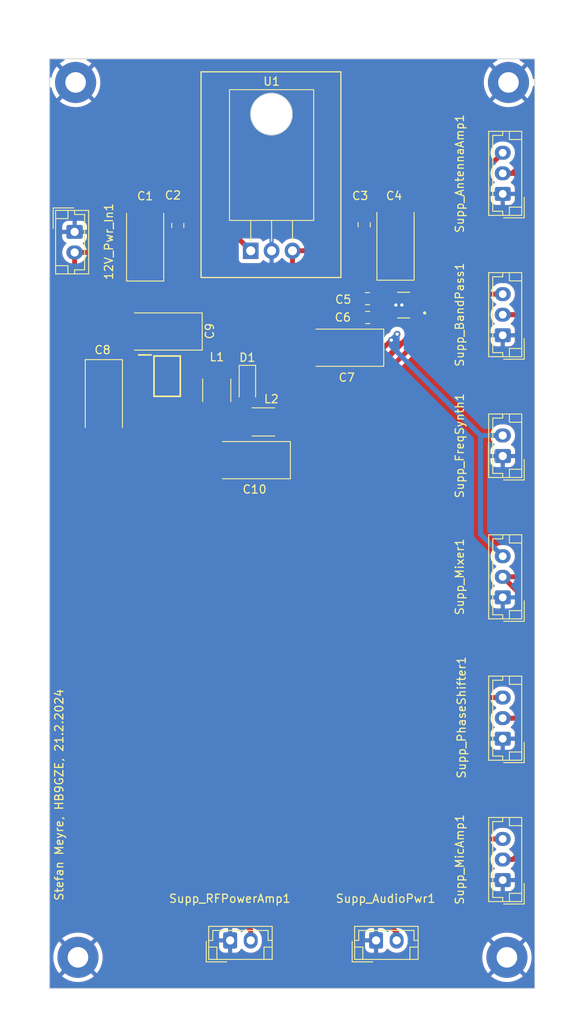
<source format=kicad_pcb>
(kicad_pcb (version 20221018) (generator pcbnew)
  (title_block (title "Phasor Radio: Power Supply") (date "2024-02-21") (rev "v1") (company "Stefan Meyre, HB9GZE"))
  (layers (0 "F.Cu" signal) (31 "B.Cu" signal) (34 "B.Paste" user) (35 "F.Paste" user) (36 "B.SilkS" user "B.Silkscreen") (37 "F.SilkS" user "F.Silkscreen") (38 "B.Mask" user) (39 "F.Mask" user) (44 "Edge.Cuts" user))
  (net 0 "")
  (net 1 "Net-(D1-K)")
  (net 2 "Net-(D1-A)")
  (net 3 "GND")
  (net 4 "+5V")
  (net 5 "Net-(PS1-REF)")
  (net 7 "-5V")
  (net 8 "Net-(IC1-BYP)")
  (net 9 "+3.3V")
  (net 10 "+12V")
  (footprint "Connector_JST:JST_EH_B3B-EH-A_1x03_P2.50mm_Vertical" (layer "F.Cu") (at 155.09779 112.647688 90)
    (fp_text reference "Supp_PhaseShifter1" (at 2.587293 -5.01044 90) (layer "F.SilkS"))
    (fp_text value "Supp_PhaseShifter" hide)
    (fp_line (start -2.91 0.11) (end -2.91 2.61) (stroke (width 0.12)) (layer "F.SilkS"))
    (fp_line (start -2.91 2.61) (end -0.41 2.61) (stroke (width 0.12)) (layer "F.SilkS"))
    (fp_line (start -2.61 -1.71) (end -2.61 2.31) (stroke (width 0.12)) (layer "F.SilkS"))
    (fp_line (start -2.61 0) (end -2.11 0) (stroke (width 0.12)) (layer "F.SilkS"))
    (fp_line (start -2.61 0.81) (end -1.61 0.81) (stroke (width 0.12)) (layer "F.SilkS"))
    (fp_line (start -2.61 2.31) (end 7.61 2.31) (stroke (width 0.12)) (layer "F.SilkS"))
    (fp_line (start -2.11 -1.21) (end 7.11 -1.21) (stroke (width 0.12)) (layer "F.SilkS"))
    (fp_line (start -2.11 0) (end -2.11 -1.21) (stroke (width 0.12)) (layer "F.SilkS"))
    (fp_line (start -1.61 0.81) (end -1.61 2.31) (stroke (width 0.12)) (layer "F.SilkS"))
    (fp_line (start 6.61 0.81) (end 6.61 2.31) (stroke (width 0.12)) (layer "F.SilkS"))
    (fp_line (start 7.11 -1.21) (end 7.11 0) (stroke (width 0.12)) (layer "F.SilkS"))
    (fp_line (start 7.11 0) (end 7.61 0) (stroke (width 0.12)) (layer "F.SilkS"))
    (fp_line (start 7.61 -1.71) (end -2.61 -1.71) (stroke (width 0.12)) (layer "F.SilkS"))
    (fp_line (start 7.61 0.81) (end 6.61 0.81) (stroke (width 0.12)) (layer "F.SilkS"))
    (fp_line (start 7.61 2.31) (end 7.61 -1.71) (stroke (width 0.12)) (layer "F.SilkS"))
    (pad "1" thru_hole roundrect (at 0 0 90) (size 1.7 1.95) (drill 0.95) (layers "*.Cu" "*.Mask") (roundrect_rratio 0.1470588235) (net 3 "GND"))
    (pad "2" thru_hole oval (at 2.5 0 90) (size 1.7 1.95) (drill 0.95) (layers "*.Cu" "*.Mask") (net 4 "+5V"))
    (pad "3" thru_hole oval (at 5 0 90) (size 1.7 1.95) (drill 0.95) (layers "*.Cu" "*.Mask") (net 7 "-5V"))
  )
  (footprint "Connector_JST:JST_EH_B2B-EH-A_1x02_P2.50mm_Vertical" (layer "F.Cu") (at 155.09779 78.287616 90)
    (fp_text reference "Supp_FreqSynth1" (at 1.25 -5.23779 90) (layer "F.SilkS"))
    (fp_text value "Supp_FreqSynth" hide)
    (fp_line (start -2.91 0.11) (end -2.91 2.61) (stroke (width 0.12)) (layer "F.SilkS"))
    (fp_line (start -2.91 2.61) (end -0.41 2.61) (stroke (width 0.12)) (layer "F.SilkS"))
    (fp_line (start -2.61 -1.71) (end -2.61 2.31) (stroke (width 0.12)) (layer "F.SilkS"))
    (fp_line (start -2.61 0) (end -2.11 0) (stroke (width 0.12)) (layer "F.SilkS"))
    (fp_line (start -2.61 0.81) (end -1.61 0.81) (stroke (width 0.12)) (layer "F.SilkS"))
    (fp_line (start -2.61 2.31) (end 5.11 2.31) (stroke (width 0.12)) (layer "F.SilkS"))
    (fp_line (start -2.11 -1.21) (end 4.61 -1.21) (stroke (width 0.12)) (layer "F.SilkS"))
    (fp_line (start -2.11 0) (end -2.11 -1.21) (stroke (width 0.12)) (layer "F.SilkS"))
    (fp_line (start -1.61 0.81) (end -1.61 2.31) (stroke (width 0.12)) (layer "F.SilkS"))
    (fp_line (start 4.11 0.81) (end 4.11 2.31) (stroke (width 0.12)) (layer "F.SilkS"))
    (fp_line (start 4.61 -1.21) (end 4.61 0) (stroke (width 0.12)) (layer "F.SilkS"))
    (fp_line (start 4.61 0) (end 5.11 0) (stroke (width 0.12)) (layer "F.SilkS"))
    (fp_line (start 5.11 -1.71) (end -2.61 -1.71) (stroke (width 0.12)) (layer "F.SilkS"))
    (fp_line (start 5.11 0.81) (end 4.11 0.81) (stroke (width 0.12)) (layer "F.SilkS"))
    (fp_line (start 5.11 2.31) (end 5.11 -1.71) (stroke (width 0.12)) (layer "F.SilkS"))
    (pad "1" thru_hole roundrect (at 0 0 90) (size 1.7 2) (drill 1) (layers "*.Cu" "*.Mask") (roundrect_rratio 0.1470588235) (net 3 "GND"))
    (pad "2" thru_hole oval (at 2.5 0 90) (size 1.7 2) (drill 1) (layers "*.Cu" "*.Mask") (net 9 "+3.3V"))
  )
  (footprint "Capacitor_SMD:C_0805_2012Metric_Pad1.18x1.45mm_HandSolder" (layer "F.Cu") (at 138.254223 50.18498 90)
    (fp_text reference "C3" (at 3.5248 -0.484542) (layer "F.SilkS"))
    (fp_text value "100nF" hide)
    (fp_line (start -0.261252 -0.735) (end 0.261252 -0.735) (stroke (width 0.12)) (layer "F.SilkS"))
    (fp_line (start -0.261252 0.735) (end 0.261252 0.735) (stroke (width 0.12)) (layer "F.SilkS"))
    (pad "1" smd roundrect (at -1.0375 0 90) (size 1.175 1.45) (layers "F.Cu" "F.Paste" "F.Mask") (roundrect_rratio 0.2127659574) (net 4 "+5V"))
    (pad "2" smd roundrect (at 1.0375 0 90) (size 1.175 1.45) (layers "F.Cu" "F.Paste" "F.Mask") (roundrect_rratio 0.2127659574) (net 3 "GND"))
  )
  (footprint "Capacitor_Tantalum_SMD:CP_EIA-7343-30_AVX-N_Pad2.25x2.55mm_HandSolder" (layer "F.Cu") (at 142.06354 52.33062 90)
    (fp_text reference "C4" (at 5.67044 -0.17646 180) (layer "F.SilkS"))
    (fp_text value "47uF Tant. 25V" hide)
    (fp_line (start -4.585 -2.26) (end -4.585 2.26) (stroke (width 0.12)) (layer "F.SilkS"))
    (fp_line (start -4.585 2.26) (end 3.65 2.26) (stroke (width 0.12)) (layer "F.SilkS"))
    (fp_line (start 3.65 -2.26) (end -4.585 -2.26) (stroke (width 0.12)) (layer "F.SilkS"))
    (pad "1" smd roundrect (at -3.2 0 90) (size 2.25 2.55) (layers "F.Cu" "F.Paste" "F.Mask") (roundrect_rratio 0.1111111111) (net 4 "+5V"))
    (pad "2" smd roundrect (at 3.2 0 90) (size 2.25 2.55) (layers "F.Cu" "F.Paste" "F.Mask") (roundrect_rratio 0.1111111111) (net 3 "GND"))
  )
  (footprint "Connector_JST:JST_EH_B3B-EH-A_1x03_P2.50mm_Vertical" (layer "F.Cu") (at 155.09779 95.467652 90)
    (fp_text reference "Supp_Mixer1" (at 2.5 -5.23779 90) (layer "F.SilkS"))
    (fp_text value "Supp_Mixer" hide)
    (fp_line (start -2.91 0.11) (end -2.91 2.61) (stroke (width 0.12)) (layer "F.SilkS"))
    (fp_line (start -2.91 2.61) (end -0.41 2.61) (stroke (width 0.12)) (layer "F.SilkS"))
    (fp_line (start -2.61 -1.71) (end -2.61 2.31) (stroke (width 0.12)) (layer "F.SilkS"))
    (fp_line (start -2.61 0) (end -2.11 0) (stroke (width 0.12)) (layer "F.SilkS"))
    (fp_line (start -2.61 0.81) (end -1.61 0.81) (stroke (width 0.12)) (layer "F.SilkS"))
    (fp_line (start -2.61 2.31) (end 7.61 2.31) (stroke (width 0.12)) (layer "F.SilkS"))
    (fp_line (start -2.11 -1.21) (end 7.11 -1.21) (stroke (width 0.12)) (layer "F.SilkS"))
    (fp_line (start -2.11 0) (end -2.11 -1.21) (stroke (width 0.12)) (layer "F.SilkS"))
    (fp_line (start -1.61 0.81) (end -1.61 2.31) (stroke (width 0.12)) (layer "F.SilkS"))
    (fp_line (start 6.61 0.81) (end 6.61 2.31) (stroke (width 0.12)) (layer "F.SilkS"))
    (fp_line (start 7.11 -1.21) (end 7.11 0) (stroke (width 0.12)) (layer "F.SilkS"))
    (fp_line (start 7.11 0) (end 7.61 0) (stroke (width 0.12)) (layer "F.SilkS"))
    (fp_line (start 7.61 -1.71) (end -2.61 -1.71) (stroke (width 0.12)) (layer "F.SilkS"))
    (fp_line (start 7.61 0.81) (end 6.61 0.81) (stroke (width 0.12)) (layer "F.SilkS"))
    (fp_line (start 7.61 2.31) (end 7.61 -1.71) (stroke (width 0.12)) (layer "F.SilkS"))
    (pad "1" thru_hole roundrect (at 0 0 90) (size 1.7 1.95) (drill 0.95) (layers "*.Cu" "*.Mask") (roundrect_rratio 0.1470588235) (net 3 "GND"))
    (pad "2" thru_hole oval (at 2.5 0 90) (size 1.7 1.95) (drill 0.95) (layers "*.Cu" "*.Mask") (net 4 "+5V"))
    (pad "3" thru_hole oval (at 5 0 90) (size 1.7 1.95) (drill 0.95) (layers "*.Cu" "*.Mask") (net 9 "+3.3V"))
  )
  (footprint "Capacitor_Tantalum_SMD:CP_EIA-7343-30_AVX-N_Pad2.25x2.55mm_HandSolder" (layer "F.Cu") (at 106.605778 71.154552 -90)
    (fp_text reference "C8" (at -5.757823 0.159183 -180) (layer "F.SilkS"))
    (fp_text value "10uF Tant. 25V" hide)
    (fp_line (start -4.585 -2.26) (end -4.585 2.26) (stroke (width 0.12)) (layer "F.SilkS"))
    (fp_line (start -4.585 2.26) (end 3.65 2.26) (stroke (width 0.12)) (layer "F.SilkS"))
    (fp_line (start 3.65 -2.26) (end -4.585 -2.26) (stroke (width 0.12)) (layer "F.SilkS"))
    (pad "1" smd roundrect (at -3.2 0 270) (size 2.25 2.55) (layers "F.Cu" "F.Paste" "F.Mask") (roundrect_rratio 0.1111111111) (net 5 "Net-(PS1-REF)"))
    (pad "2" smd roundrect (at 3.2 0 270) (size 2.25 2.55) (layers "F.Cu" "F.Paste" "F.Mask") (roundrect_rratio 0.1111111111) (net 3 "GND"))
  )
  (footprint "MountingHole:MountingHole_2.5mm_Pad_TopBottom" (layer "F.Cu") (at 103.172705 32.879521)
    (fp_text reference "H1" hide)
    (fp_text value "MountingHole_Pad" hide)
    (pad "1" thru_hole circle (at 0 0) (size 2.9 2.9) (drill 2.5) (layers "*.Cu" "*.Mask") (net 3 "GND"))
    (pad "1" connect circle (at 0 0) (size 5 5) (layers "F.Cu" "F.Mask") (net 3 "GND"))
    (pad "1" connect circle (at 0 0) (size 5 5) (layers "B.Cu" "B.Mask") (net 3 "GND"))
  )
  (footprint "MountingHole:MountingHole_2.5mm_Pad_TopBottom" (layer "F.Cu") (at 155.608286 139.217016)
    (fp_text reference "H4" hide)
    (fp_text value "MountingHole_Pad" hide)
    (pad "1" thru_hole circle (at 0 0) (size 2.9 2.9) (drill 2.5) (layers "*.Cu" "*.Mask") (net 3 "GND"))
    (pad "1" connect circle (at 0 0) (size 5 5) (layers "F.Cu" "F.Mask") (net 3 "GND"))
    (pad "1" connect circle (at 0 0) (size 5 5) (layers "B.Cu" "B.Mask") (net 3 "GND"))
  )
  (footprint "Inductor_SMD:L_1812_4532Metric_Pad1.30x3.40mm_HandSolder" (layer "F.Cu") (at 120.329985 70.29277 -90)
    (fp_text reference "L1" (at -4.033348 -0.012616 -180) (layer "F.SilkS"))
    (fp_text value "10uH" hide)
    (fp_line (start -1.386252 -1.71) (end 1.386252 -1.71) (stroke (width 0.12)) (layer "F.SilkS"))
    (fp_line (start -1.386252 1.71) (end 1.386252 1.71) (stroke (width 0.12)) (layer "F.SilkS"))
    (pad "1" smd roundrect (at -2.225 0 270) (size 1.3 3.4) (layers "F.Cu" "F.Paste" "F.Mask") (roundrect_rratio 0.1923076923) (net 1 "Net-(D1-K)"))
    (pad "2" smd roundrect (at 2.225 0 270) (size 1.3 3.4) (layers "F.Cu" "F.Paste" "F.Mask") (roundrect_rratio 0.1923076923) (net 3 "GND"))
  )
  (footprint "Connector_JST:JST_EH_B2B-EH-A_1x02_P2.50mm_Vertical" (layer "F.Cu") (at 103.049981 51.041801 -90)
    (fp_text reference "12V_Pwr_In1" (at 1.184811 -4.161273 90) (layer "F.SilkS"))
    (fp_text value "12V_Pwr_In" hide)
    (fp_line (start -2.91 0.11) (end -2.91 2.61) (stroke (width 0.12)) (layer "F.SilkS"))
    (fp_line (start -2.91 2.61) (end -0.41 2.61) (stroke (width 0.12)) (layer "F.SilkS"))
    (fp_line (start -2.61 -1.71) (end -2.61 2.31) (stroke (width 0.12)) (layer "F.SilkS"))
    (fp_line (start -2.61 0) (end -2.11 0) (stroke (width 0.12)) (layer "F.SilkS"))
    (fp_line (start -2.61 0.81) (end -1.61 0.81) (stroke (width 0.12)) (layer "F.SilkS"))
    (fp_line (start -2.61 2.31) (end 5.11 2.31) (stroke (width 0.12)) (layer "F.SilkS"))
    (fp_line (start -2.11 -1.21) (end 4.61 -1.21) (stroke (width 0.12)) (layer "F.SilkS"))
    (fp_line (start -2.11 0) (end -2.11 -1.21) (stroke (width 0.12)) (layer "F.SilkS"))
    (fp_line (start -1.61 0.81) (end -1.61 2.31) (stroke (width 0.12)) (layer "F.SilkS"))
    (fp_line (start 4.11 0.81) (end 4.11 2.31) (stroke (width 0.12)) (layer "F.SilkS"))
    (fp_line (start 4.61 -1.21) (end 4.61 0) (stroke (width 0.12)) (layer "F.SilkS"))
    (fp_line (start 4.61 0) (end 5.11 0) (stroke (width 0.12)) (layer "F.SilkS"))
    (fp_line (start 5.11 -1.71) (end -2.61 -1.71) (stroke (width 0.12)) (layer "F.SilkS"))
    (fp_line (start 5.11 0.81) (end 4.11 0.81) (stroke (width 0.12)) (layer "F.SilkS"))
    (fp_line (start 5.11 2.31) (end 5.11 -1.71) (stroke (width 0.12)) (layer "F.SilkS"))
    (pad "1" thru_hole roundrect (at 0 0 270) (size 1.7 2) (drill 1) (layers "*.Cu" "*.Mask") (roundrect_rratio 0.1470588235) (net 3 "GND"))
    (pad "2" thru_hole oval (at 2.5 0 270) (size 1.7 2) (drill 1) (layers "*.Cu" "*.Mask") (net 10 "+12V"))
  )
  (footprint "Capacitor_SMD:C_0805_2012Metric_Pad1.18x1.45mm_HandSolder" (layer "F.Cu") (at 138.657962 59.1623)
    (fp_text reference "C5" (at -2.95064 0.102661) (layer "F.SilkS"))
    (fp_text value "1uF" hide)
    (fp_line (start -0.261252 -0.735) (end 0.261252 -0.735) (stroke (width 0.12)) (layer "F.SilkS"))
    (fp_line (start -0.261252 0.735) (end 0.261252 0.735) (stroke (width 0.12)) (layer "F.SilkS"))
    (pad "1" smd roundrect (at -1.0375 0) (size 1.175 1.45) (layers "F.Cu" "F.Paste" "F.Mask") (roundrect_rratio 0.2127659574) (net 3 "GND"))
    (pad "2" smd roundrect (at 1.0375 0) (size 1.175 1.45) (layers "F.Cu" "F.Paste" "F.Mask") (roundrect_rratio 0.2127659574) (net 8 "Net-(IC1-BYP)"))
  )
  (footprint "Inductor_SMD:L_1812_4532Metric_Pad1.30x3.40mm_HandSolder" (layer "F.Cu") (at 125.999478 74.1413)
    (fp_text reference "L2" (at 0.970174 -2.781815) (layer "F.SilkS"))
    (fp_text value "10uH" hide)
    (fp_line (start -1.386252 -1.71) (end 1.386252 -1.71) (stroke (width 0.12)) (layer "F.SilkS"))
    (fp_line (start -1.386252 1.71) (end 1.386252 1.71) (stroke (width 0.12)) (layer "F.SilkS"))
    (pad "1" smd roundrect (at -2.225 0) (size 1.3 3.4) (layers "F.Cu" "F.Paste" "F.Mask") (roundrect_rratio 0.1923076923) (net 2 "Net-(D1-A)"))
    (pad "2" smd roundrect (at 2.225 0) (size 1.3 3.4) (layers "F.Cu" "F.Paste" "F.Mask") (roundrect_rratio 0.1923076923) (net 7 "-5V"))
  )
  (footprint "Capacitor_SMD:C_0805_2012Metric_Pad1.18x1.45mm_HandSolder" (layer "F.Cu") (at 138.68806 61.451196 180)
    (fp_text reference "C6" (at 3.033022 0.016431) (layer "F.SilkS"))
    (fp_text value "100nF" hide)
    (fp_line (start -0.261252 -0.735) (end 0.261252 -0.735) (stroke (width 0.12)) (layer "F.SilkS"))
    (fp_line (start -0.261252 0.735) (end 0.261252 0.735) (stroke (width 0.12)) (layer "F.SilkS"))
    (pad "1" smd roundrect (at -1.0375 0 180) (size 1.175 1.45) (layers "F.Cu" "F.Paste" "F.Mask") (roundrect_rratio 0.2127659574) (net 9 "+3.3V"))
    (pad "2" smd roundrect (at 1.0375 0 180) (size 1.175 1.45) (layers "F.Cu" "F.Paste" "F.Mask") (roundrect_rratio 0.2127659574) (net 3 "GND"))
  )
  (footprint "Capacitor_Tantalum_SMD:CP_EIA-7343-30_AVX-N_Pad2.25x2.55mm_HandSolder" (layer "F.Cu") (at 136.047171 65.120817 180)
    (fp_text reference "C7" (at -0.086837 -3.625358) (layer "F.SilkS"))
    (fp_text value "10uF Tant. 25V" hide)
    (fp_line (start -4.585 -2.26) (end -4.585 2.26) (stroke (width 0.12)) (layer "F.SilkS"))
    (fp_line (start -4.585 2.26) (end 3.65 2.26) (stroke (width 0.12)) (layer "F.SilkS"))
    (fp_line (start 3.65 -2.26) (end -4.585 -2.26) (stroke (width 0.12)) (layer "F.SilkS"))
    (pad "1" smd roundrect (at -3.2 0 180) (size 2.25 2.55) (layers "F.Cu" "F.Paste" "F.Mask") (roundrect_rratio 0.1111111111) (net 9 "+3.3V"))
    (pad "2" smd roundrect (at 3.2 0 180) (size 2.25 2.55) (layers "F.Cu" "F.Paste" "F.Mask") (roundrect_rratio 0.1111111111) (net 3 "GND"))
  )
  (footprint "Connector_JST:JST_EH_B3B-EH-A_1x03_P2.50mm_Vertical" (layer "F.Cu") (at 155.09779 46.427544 90)
    (fp_text reference "Supp_AntennaAmp1" (at 2.46 -5.23779 90) (layer "F.SilkS"))
    (fp_text value "Supp_AntennaAmp" hide)
    (fp_line (start -2.91 0.11) (end -2.91 2.61) (stroke (width 0.12)) (layer "F.SilkS"))
    (fp_line (start -2.91 2.61) (end -0.41 2.61) (stroke (width 0.12)) (layer "F.SilkS"))
    (fp_line (start -2.61 -1.71) (end -2.61 2.31) (stroke (width 0.12)) (layer "F.SilkS"))
    (fp_line (start -2.61 0) (end -2.11 0) (stroke (width 0.12)) (layer "F.SilkS"))
    (fp_line (start -2.61 0.81) (end -1.61 0.81) (stroke (width 0.12)) (layer "F.SilkS"))
    (fp_line (start -2.61 2.31) (end 7.61 2.31) (stroke (width 0.12)) (layer "F.SilkS"))
    (fp_line (start -2.11 -1.21) (end 7.11 -1.21) (stroke (width 0.12)) (layer "F.SilkS"))
    (fp_line (start -2.11 0) (end -2.11 -1.21) (stroke (width 0.12)) (layer "F.SilkS"))
    (fp_line (start -1.61 0.81) (end -1.61 2.31) (stroke (width 0.12)) (layer "F.SilkS"))
    (fp_line (start 6.61 0.81) (end 6.61 2.31) (stroke (width 0.12)) (layer "F.SilkS"))
    (fp_line (start 7.11 -1.21) (end 7.11 0) (stroke (width 0.12)) (layer "F.SilkS"))
    (fp_line (start 7.11 0) (end 7.61 0) (stroke (width 0.12)) (layer "F.SilkS"))
    (fp_line (start 7.61 -1.71) (end -2.61 -1.71) (stroke (width 0.12)) (layer "F.SilkS"))
    (fp_line (start 7.61 0.81) (end 6.61 0.81) (stroke (width 0.12)) (layer "F.SilkS"))
    (fp_line (start 7.61 2.31) (end 7.61 -1.71) (stroke (width 0.12)) (layer "F.SilkS"))
    (pad "1" thru_hole roundrect (at 0 0 90) (size 1.7 1.95) (drill 0.95) (layers "*.Cu" "*.Mask") (roundrect_rratio 0.1470588235) (net 3 "GND"))
    (pad "2" thru_hole oval (at 2.5 0 90) (size 1.7 1.95) (drill 0.95) (layers "*.Cu" "*.Mask") (net 4 "+5V"))
    (pad "3" thru_hole oval (at 5 0 90) (size 1.7 1.95) (drill 0.95) (layers "*.Cu" "*.Mask") (net 7 "-5V"))
  )
  (footprint "Diode_SMD:D_SOD-123F" (layer "F.Cu") (at 124.058545 69.471193 -90)
    (fp_text reference "D1" (at -3.152951 0.010285 -180) (layer "F.SilkS"))
    (fp_text value "PMEG2010AEH" hide)
    (fp_line (start -2.21 -1) (end -2.21 1) (stroke (width 0.12)) (layer "F.SilkS"))
    (fp_line (start -2.21 -1) (end 1.65 -1) (stroke (width 0.12)) (layer "F.SilkS"))
    (fp_line (start -2.21 1) (end 1.65 1) (stroke (width 0.12)) (layer "F.SilkS"))
    (pad "1" smd roundrect (at -1.4 0 270) (size 1.1 1.1) (layers "F.Cu" "F.Paste" "F.Mask") (roundrect_rratio 0.2272727273) (net 1 "Net-(D1-K)"))
    (pad "2" smd roundrect (at 1.4 0 270) (size 1.1 1.1) (layers "F.Cu" "F.Paste" "F.Mask") (roundrect_rratio 0.2272727273) (net 2 "Net-(D1-A)"))
  )
  (footprint "Private:SOT95P275X120-5N" (layer "F.Cu") (at 143.060946 59.944796 180)
    (fp_text reference "IC1" hide)
    (fp_text value "NCP700BSN33T1G" hide)
    (fp_line (start -0.75 -1.56) (end 0.75 -1.56) (stroke (width 0.127)) (layer "F.SilkS"))
    (fp_line (start 0.75 1.56) (end -0.75 1.56) (stroke (width 0.127)) (layer "F.SilkS"))
    (fp_circle (center -2.545 -0.95) (end -2.445 -0.95) (stroke (width 0.2)) (fill none) (layer "F.SilkS"))
    (pad "1" smd roundrect (at -1.145 -0.95 180) (size 1.42 0.58) (layers "F.Cu" "F.Paste" "F.Mask") (roundrect_rratio 0.07) (net 4 "+5V"))
    (pad "2" smd roundrect (at -1.145 0 180) (size 1.42 0.58) (layers "F.Cu" "F.Paste" "F.Mask") (roundrect_rratio 0.07) (net 3 "GND"))
    (pad "3" smd roundrect (at -1.145 0.95 180) (size 1.42 0.58) (layers "F.Cu" "F.Paste" "F.Mask") (roundrect_rratio 0.07) (net 4 "+5V"))
    (pad "4" smd roundrect (at 1.145 0.95 180) (size 1.42 0.58) (layers "F.Cu" "F.Paste" "F.Mask") (roundrect_rratio 0.07) (net 8 "Net-(IC1-BYP)"))
    (pad "5" smd roundrect (at 1.145 -0.95 180) (size 1.42 0.58) (layers "F.Cu" "F.Paste" "F.Mask") (roundrect_rratio 0.07) (net 9 "+3.3V"))
  )
  (footprint "Connector_JST:JST_EH_B2B-EH-A_1x02_P2.50mm_Vertical" (layer "F.Cu") (at 121.96 137.16)
    (fp_text reference "Supp_RFPowerAmp1" (at -0.04 -5.08) (layer "F.SilkS"))
    (fp_text value "Supp_FreqSynth" hide)
    (fp_line (start -2.91 0.11) (end -2.91 2.61) (stroke (width 0.12)) (layer "F.SilkS"))
    (fp_line (start -2.91 2.61) (end -0.41 2.61) (stroke (width 0.12)) (layer "F.SilkS"))
    (fp_line (start -2.61 -1.71) (end -2.61 2.31) (stroke (width 0.12)) (layer "F.SilkS"))
    (fp_line (start -2.61 0) (end -2.11 0) (stroke (width 0.12)) (layer "F.SilkS"))
    (fp_line (start -2.61 0.81) (end -1.61 0.81) (stroke (width 0.12)) (layer "F.SilkS"))
    (fp_line (start -2.61 2.31) (end 5.11 2.31) (stroke (width 0.12)) (layer "F.SilkS"))
    (fp_line (start -2.11 -1.21) (end 4.61 -1.21) (stroke (width 0.12)) (layer "F.SilkS"))
    (fp_line (start -2.11 0) (end -2.11 -1.21) (stroke (width 0.12)) (layer "F.SilkS"))
    (fp_line (start -1.61 0.81) (end -1.61 2.31) (stroke (width 0.12)) (layer "F.SilkS"))
    (fp_line (start 4.11 0.81) (end 4.11 2.31) (stroke (width 0.12)) (layer "F.SilkS"))
    (fp_line (start 4.61 -1.21) (end 4.61 0) (stroke (width 0.12)) (layer "F.SilkS"))
    (fp_line (start 4.61 0) (end 5.11 0) (stroke (width 0.12)) (layer "F.SilkS"))
    (fp_line (start 5.11 -1.71) (end -2.61 -1.71) (stroke (width 0.12)) (layer "F.SilkS"))
    (fp_line (start 5.11 0.81) (end 4.11 0.81) (stroke (width 0.12)) (layer "F.SilkS"))
    (fp_line (start 5.11 2.31) (end 5.11 -1.71) (stroke (width 0.12)) (layer "F.SilkS"))
    (pad "1" thru_hole roundrect (at 0 0) (size 1.7 2) (drill 1) (layers "*.Cu" "*.Mask") (roundrect_rratio 0.1470588235) (net 3 "GND"))
    (pad "2" thru_hole oval (at 2.5 0) (size 1.7 2) (drill 1) (layers "*.Cu" "*.Mask") (net 10 "+12V"))
  )
  (footprint "Connector_JST:JST_EH_B2B-EH-A_1x02_P2.50mm_Vertical" (layer "F.Cu") (at 139.7 137.16)
    (fp_text reference "Supp_AudioPwr1" (at 1.160543 -5.08) (layer "F.SilkS"))
    (fp_text value "Supp_FreqSynth" hide)
    (fp_line (start -2.91 0.11) (end -2.91 2.61) (stroke (width 0.12)) (layer "F.SilkS"))
    (fp_line (start -2.91 2.61) (end -0.41 2.61) (stroke (width 0.12)) (layer "F.SilkS"))
    (fp_line (start -2.61 -1.71) (end -2.61 2.31) (stroke (width 0.12)) (layer "F.SilkS"))
    (fp_line (start -2.61 0) (end -2.11 0) (stroke (width 0.12)) (layer "F.SilkS"))
    (fp_line (start -2.61 0.81) (end -1.61 0.81) (stroke (width 0.12)) (layer "F.SilkS"))
    (fp_line (start -2.61 2.31) (end 5.11 2.31) (stroke (width 0.12)) (layer "F.SilkS"))
    (fp_line (start -2.11 -1.21) (end 4.61 -1.21) (stroke (width 0.12)) (layer "F.SilkS"))
    (fp_line (start -2.11 0) (end -2.11 -1.21) (stroke (width 0.12)) (layer "F.SilkS"))
    (fp_line (start -1.61 0.81) (end -1.61 2.31) (stroke (width 0.12)) (layer "F.SilkS"))
    (fp_line (start 4.11 0.81) (end 4.11 2.31) (stroke (width 0.12)) (layer "F.SilkS"))
    (fp_line (start 4.61 -1.21) (end 4.61 0) (stroke (width 0.12)) (layer "F.SilkS"))
    (fp_line (start 4.61 0) (end 5.11 0) (stroke (width 0.12)) (layer "F.SilkS"))
    (fp_line (start 5.11 -1.71) (end -2.61 -1.71) (stroke (width 0.12)) (layer "F.SilkS"))
    (fp_line (start 5.11 0.81) (end 4.11 0.81) (stroke (width 0.12)) (layer "F.SilkS"))
    (fp_line (start 5.11 2.31) (end 5.11 -1.71) (stroke (width 0.12)) (layer "F.SilkS"))
    (pad "1" thru_hole roundrect (at 0 0) (size 1.7 2) (drill 1) (layers "*.Cu" "*.Mask") (roundrect_rratio 0.1470588235) (net 3 "GND"))
    (pad "2" thru_hole oval (at 2.5 0) (size 1.7 2) (drill 1) (layers "*.Cu" "*.Mask") (net 10 "+12V"))
  )
  (footprint "Capacitor_Tantalum_SMD:CP_EIA-7343-30_AVX-N_Pad2.25x2.55mm_HandSolder" (layer "F.Cu") (at 111.624628 52.433784 90)
    (fp_text reference "C1" (at 5.74 0 180) (layer "F.SilkS"))
    (fp_text value "47uF Tant. 25V" hide)
    (fp_line (start -4.585 -2.26) (end -4.585 2.26) (stroke (width 0.12)) (layer "F.SilkS"))
    (fp_line (start -4.585 2.26) (end 3.65 2.26) (stroke (width 0.12)) (layer "F.SilkS"))
    (fp_line (start 3.65 -2.26) (end -4.585 -2.26) (stroke (width 0.12)) (layer "F.SilkS"))
    (pad "1" smd roundrect (at -3.2 0 90) (size 2.25 2.55) (layers "F.Cu" "F.Paste" "F.Mask") (roundrect_rratio 0.1111111111) (net 10 "+12V"))
    (pad "2" smd roundrect (at 3.2 0 90) (size 2.25 2.55) (layers "F.Cu" "F.Paste" "F.Mask") (roundrect_rratio 0.1111111111) (net 3 "GND"))
  )
  (footprint "Connector_JST:JST_EH_B3B-EH-A_1x03_P2.50mm_Vertical" (layer "F.Cu") (at 155.09779 63.60758 90)
    (fp_text reference "Supp_BandPass1" (at 2.5 -5.23779 90) (layer "F.SilkS"))
    (fp_text value "Supp_BandPass" hide)
    (fp_line (start -2.91 0.11) (end -2.91 2.61) (stroke (width 0.12)) (layer "F.SilkS"))
    (fp_line (start -2.91 2.61) (end -0.41 2.61) (stroke (width 0.12)) (layer "F.SilkS"))
    (fp_line (start -2.61 -1.71) (end -2.61 2.31) (stroke (width 0.12)) (layer "F.SilkS"))
    (fp_line (start -2.61 0) (end -2.11 0) (stroke (width 0.12)) (layer "F.SilkS"))
    (fp_line (start -2.61 0.81) (end -1.61 0.81) (stroke (width 0.12)) (layer "F.SilkS"))
    (fp_line (start -2.61 2.31) (end 7.61 2.31) (stroke (width 0.12)) (layer "F.SilkS"))
    (fp_line (start -2.11 -1.21) (end 7.11 -1.21) (stroke (width 0.12)) (layer "F.SilkS"))
    (fp_line (start -2.11 0) (end -2.11 -1.21) (stroke (width 0.12)) (layer "F.SilkS"))
    (fp_line (start -1.61 0.81) (end -1.61 2.31) (stroke (width 0.12)) (layer "F.SilkS"))
    (fp_line (start 6.61 0.81) (end 6.61 2.31) (stroke (width 0.12)) (layer "F.SilkS"))
    (fp_line (start 7.11 -1.21) (end 7.11 0) (stroke (width 0.12)) (layer "F.SilkS"))
    (fp_line (start 7.11 0) (end 7.61 0) (stroke (width 0.12)) (layer "F.SilkS"))
    (fp_line (start 7.61 -1.71) (end -2.61 -1.71) (stroke (width 0.12)) (layer "F.SilkS"))
    (fp_line (start 7.61 0.81) (end 6.61 0.81) (stroke (width 0.12)) (layer "F.SilkS"))
    (fp_line (start 7.61 2.31) (end 7.61 -1.71) (stroke (width 0.12)) (layer "F.SilkS"))
    (pad "1" thru_hole roundrect (at 0 0 90) (size 1.7 1.95) (drill 0.95) (layers "*.Cu" "*.Mask") (roundrect_rratio 0.1470588235) (net 3 "GND"))
    (pad "2" thru_hole oval (at 2.5 0 90) (size 1.7 1.95) (drill 0.95) (layers "*.Cu" "*.Mask") (net 4 "+5V"))
    (pad "3" thru_hole oval (at 5 0 90) (size 1.7 1.95) (drill 0.95) (layers "*.Cu" "*.Mask") (net 7 "-5V"))
  )
  (footprint "Private:SOIC127P600X175-8N" (layer "F.Cu") (at 114.3 68.58)
    (fp_text reference "" hide)
    (fp_text value "TPS6735ID" hide)
    (fp_line (start -3.475 -2.58) (end -1.948 -2.58) (stroke (width 0.2)) (layer "F.SilkS"))
    (fp_line (start -1.598 -2.452) (end 1.598 -2.452) (stroke (width 0.2)) (layer "F.SilkS"))
    (fp_line (start -1.598 2.452) (end -1.598 -2.452) (stroke (width 0.2)) (layer "F.SilkS"))
    (fp_line (start 1.598 -2.452) (end 1.598 2.452) (stroke (width 0.2)) (layer "F.SilkS"))
    (fp_line (start 1.598 2.452) (end -1.598 2.452) (stroke (width 0.2)) (layer "F.SilkS"))
    (pad "1" smd rect (at -2.711 -1.905 90) (size 0.65 1.528) (layers "F.Cu" "F.Paste" "F.Mask") (net 4 "+5V"))
    (pad "2" smd rect (at -2.711 -0.635 90) (size 0.65 1.528) (layers "F.Cu" "F.Paste" "F.Mask") (net 5 "Net-(PS1-REF)"))
    (pad "3" smd rect (at -2.711 0.635 90) (size 0.65 1.528) (layers "F.Cu" "F.Paste" "F.Mask"))
    (pad "4" smd rect (at -2.711 1.905 90) (size 0.65 1.528) (layers "F.Cu" "F.Paste" "F.Mask") (net 3 "GND"))
    (pad "5" smd rect (at 2.711 1.905 90) (size 0.65 1.528) (layers "F.Cu" "F.Paste" "F.Mask") (net 2 "Net-(D1-A)"))
    (pad "6" smd rect (at 2.711 0.635 90) (size 0.65 1.528) (layers "F.Cu" "F.Paste" "F.Mask") (net 3 "GND"))
    (pad "7" smd rect (at 2.711 -0.635 90) (size 0.65 1.528) (layers "F.Cu" "F.Paste" "F.Mask") (net 1 "Net-(D1-K)"))
    (pad "8" smd rect (at 2.711 -1.905 90) (size 0.65 1.528) (layers "F.Cu" "F.Paste" "F.Mask") (net 4 "+5V"))
  )
  (footprint "Capacitor_Tantalum_SMD:CP_EIA-7343-30_AVX-N_Pad2.25x2.55mm_HandSolder" (layer "F.Cu") (at 124.695279 78.788079 180)
    (fp_text reference "C10" (at -0.23528 -3.551136) (layer "F.SilkS"))
    (fp_text value "100uF Tant. 25V" hide)
    (fp_line (start -4.585 -2.26) (end -4.585 2.26) (stroke (width 0.12)) (layer "F.SilkS"))
    (fp_line (start -4.585 2.26) (end 3.65 2.26) (stroke (width 0.12)) (layer "F.SilkS"))
    (fp_line (start 3.65 -2.26) (end -4.585 -2.26) (stroke (width 0.12)) (layer "F.SilkS"))
    (pad "1" smd roundrect (at -3.2 0 180) (size 2.25 2.55) (layers "F.Cu" "F.Paste" "F.Mask") (roundrect_rratio 0.1111111111) (net 7 "-5V"))
    (pad "2" smd roundrect (at 3.2 0 180) (size 2.25 2.55) (layers "F.Cu" "F.Paste" "F.Mask") (roundrect_rratio 0.1111111111) (net 3 "GND"))
  )
  (footprint "Connector_JST:JST_EH_B3B-EH-A_1x03_P2.50mm_Vertical" (layer "F.Cu") (at 155.09779 129.827724 90)
    (fp_text reference "Supp_MicAmp1" (at 2.5 -5.234978 90) (layer "F.SilkS"))
    (fp_text value "Supp_MicAmp" hide)
    (fp_line (start -2.91 0.11) (end -2.91 2.61) (stroke (width 0.12)) (layer "F.SilkS"))
    (fp_line (start -2.91 2.61) (end -0.41 2.61) (stroke (width 0.12)) (layer "F.SilkS"))
    (fp_line (start -2.61 -1.71) (end -2.61 2.31) (stroke (width 0.12)) (layer "F.SilkS"))
    (fp_line (start -2.61 0) (end -2.11 0) (stroke (width 0.12)) (layer "F.SilkS"))
    (fp_line (start -2.61 0.81) (end -1.61 0.81) (stroke (width 0.12)) (layer "F.SilkS"))
    (fp_line (start -2.61 2.31) (end 7.61 2.31) (stroke (width 0.12)) (layer "F.SilkS"))
    (fp_line (start -2.11 -1.21) (end 7.11 -1.21) (stroke (width 0.12)) (layer "F.SilkS"))
    (fp_line (start -2.11 0) (end -2.11 -1.21) (stroke (width 0.12)) (layer "F.SilkS"))
    (fp_line (start -1.61 0.81) (end -1.61 2.31) (stroke (width 0.12)) (layer "F.SilkS"))
    (fp_line (start 6.61 0.81) (end 6.61 2.31) (stroke (width 0.12)) (layer "F.SilkS"))
    (fp_line (start 7.11 -1.21) (end 7.11 0) (stroke (width 0.12)) (layer "F.SilkS"))
    (fp_line (start 7.11 0) (end 7.61 0) (stroke (width 0.12)) (layer "F.SilkS"))
    (fp_line (start 7.61 -1.71) (end -2.61 -1.71) (stroke (width 0.12)) (layer "F.SilkS"))
    (fp_line (start 7.61 0.81) (end 6.61 0.81) (stroke (width 0.12)) (layer "F.SilkS"))
    (fp_line (start 7.61 2.31) (end 7.61 -1.71) (stroke (width 0.12)) (layer "F.SilkS"))
    (pad "1" thru_hole roundrect (at 0 0 90) (size 1.7 1.95) (drill 0.95) (layers "*.Cu" "*.Mask") (roundrect_rratio 0.1470588235) (net 3 "GND"))
    (pad "2" thru_hole oval (at 2.5 0 90) (size 1.7 1.95) (drill 0.95) (layers "*.Cu" "*.Mask") (net 4 "+5V"))
    (pad "3" thru_hole oval (at 5 0 90) (size 1.7 1.95) (drill 0.95) (layers "*.Cu" "*.Mask") (net 7 "-5V"))
  )
  (footprint "MountingHole:MountingHole_2.5mm_Pad_TopBottom" (layer "F.Cu") (at 103.458342 139.217016)
    (fp_text reference "H3" hide)
    (fp_text value "MountingHole_Pad" hide)
    (pad "1" thru_hole circle (at 0 0) (size 2.9 2.9) (drill 2.5) (layers "*.Cu" "*.Mask") (net 3 "GND"))
    (pad "1" connect circle (at 0 0) (size 5 5) (layers "F.Cu" "F.Mask") (net 3 "GND"))
    (pad "1" connect circle (at 0 0) (size 5 5) (layers "B.Cu" "B.Mask") (net 3 "GND"))
  )
  (footprint "Capacitor_Tantalum_SMD:CP_EIA-7343-30_AVX-N_Pad2.25x2.55mm_HandSolder" (layer "F.Cu") (at 113.977427 63.155946 180)
    (fp_text reference "C9" (at -5.494374 0.053888 90) (layer "F.SilkS"))
    (fp_text value "1uF, Tant. 25V" hide)
    (fp_line (start -4.585 -2.26) (end -4.585 2.26) (stroke (width 0.12)) (layer "F.SilkS"))
    (fp_line (start -4.585 2.26) (end 3.65 2.26) (stroke (width 0.12)) (layer "F.SilkS"))
    (fp_line (start 3.65 -2.26) (end -4.585 -2.26) (stroke (width 0.12)) (layer "F.SilkS"))
    (pad "1" smd roundrect (at -3.2 0 180) (size 2.25 2.55) (layers "F.Cu" "F.Paste" "F.Mask") (roundrect_rratio 0.1111111111) (net 4 "+5V"))
    (pad "2" smd roundrect (at 3.2 0 180) (size 2.25 2.55) (layers "F.Cu" "F.Paste" "F.Mask") (roundrect_rratio 0.1111111111) (net 3 "GND"))
  )
  (footprint "MountingHole:MountingHole_2.5mm_Pad_TopBottom" (layer "F.Cu") (at 155.797603 32.879521)
    (fp_text reference "H2" hide)
    (fp_text value "MountingHole_Pad" hide)
    (pad "1" thru_hole circle (at 0 0) (size 2.9 2.9) (drill 2.5) (layers "*.Cu" "*.Mask") (net 3 "GND"))
    (pad "1" connect circle (at 0 0) (size 5 5) (layers "F.Cu" "F.Mask") (net 3 "GND"))
    (pad "1" connect circle (at 0 0) (size 5 5) (layers "B.Cu" "B.Mask") (net 3 "GND"))
  )
  (footprint "Package_TO_SOT_THT:TO-220-3_Horizontal_TabDown" (layer "F.Cu") (at 124.46 53.34)
    (fp_text reference "U1" (at 2.54 -20.58) (layer "F.SilkS"))
    (fp_text value "L7805")
    (fp_line (start -2.58 -19.58) (end -2.58 -3.69) (stroke (width 0.12)) (layer "F.SilkS"))
    (fp_line (start -2.58 -19.58) (end 7.66 -19.58) (stroke (width 0.12)) (layer "F.SilkS"))
    (fp_line (start -2.58 -3.69) (end 7.66 -3.69) (stroke (width 0.12)) (layer "F.SilkS"))
    (fp_line (start 0 -3.69) (end 0 -1.15) (stroke (width 0.12)) (layer "F.SilkS"))
    (fp_line (start 2.54 -3.69) (end 2.54 -1.15) (stroke (width 0.12)) (layer "F.SilkS"))
    (fp_line (start 5.08 -3.69) (end 5.08 -1.15) (stroke (width 0.12)) (layer "F.SilkS"))
    (fp_line (start 7.66 -19.58) (end 7.66 -3.69) (stroke (width 0.12)) (layer "F.SilkS"))
    (pad "" np_thru_hole oval (at 2.54 -16.66) (size 3.5 3.5) (drill 3.5) (layers "*.Cu" "*.Mask"))
    (pad "1" thru_hole rect (at 0 0) (size 1.905 2) (drill 1.1) (layers "*.Cu" "*.Mask") (net 10 "+12V"))
    (pad "2" thru_hole oval (at 2.54 0) (size 1.905 2) (drill 1.1) (layers "*.Cu" "*.Mask") (net 3 "GND"))
    (pad "3" thru_hole oval (at 5.08 0) (size 1.905 2) (drill 1.1) (layers "*.Cu" "*.Mask") (net 4 "+5V"))
  )
  (footprint "Capacitor_SMD:C_0805_2012Metric_Pad1.18x1.45mm_HandSolder" (layer "F.Cu") (at 115.594547 50.269459 90)
    (fp_text reference "C2" (at 3.668099 -0.588199 180) (layer "F.SilkS"))
    (fp_text value "100nF" hide)
    (fp_line (start -0.261252 -0.735) (end 0.261252 -0.735) (stroke (width 0.12)) (layer "F.SilkS"))
    (fp_line (start -0.261252 0.735) (end 0.261252 0.735) (stroke (width 0.12)) (layer "F.SilkS"))
    (pad "1" smd roundrect (at -1.0375 0 90) (size 1.175 1.45) (layers "F.Cu" "F.Paste" "F.Mask") (roundrect_rratio 0.2127659574) (net 10 "+12V"))
    (pad "2" smd roundrect (at 1.0375 0 90) (size 1.175 1.45) (layers "F.Cu" "F.Paste" "F.Mask") (roundrect_rratio 0.2127659574) (net 3 "GND"))
  )
  (gr_rect (start 118.423965 31.590464) (end 135.423965 56.590464) (stroke (width 0.15)) (fill none) (layer "F.SilkS"))
  (gr_circle (center 126.979264 36.727996) (end 129.519264 36.727996) (stroke (width 0.1)) (fill none) (layer "Edge.Cuts"))
  (gr_rect (start 100 30) (end 159 143) (stroke (width 0.1)) (fill none) (layer "Edge.Cuts"))
  (gr_text "Stefan Meyre, HB9GZE, 21.2.2024" (at 101.752674 132.419366 90) (layer "F.SilkS") (effects (font (size 1 1)) (justify left bottom)))
  (segment (start 120.329985 68.06777) (end 124.055122 68.06777) (width 0.6) (layer "F.Cu") (net 1))
  (segment (start 117.011 67.945) (end 120.207215 67.945) (width 0.6) (layer "F.Cu") (net 1))
  (segment (start 124.055122 68.06777) (end 124.058545 68.071193) (width 0.6) (layer "F.Cu") (net 1))
  (segment (start 120.207215 67.945) (end 120.329985 68.06777) (width 0.6) (layer "F.Cu") (net 1))
  (segment (start 117.011 70.485) (end 123.672352 70.485) (width 0.6) (layer "F.Cu") (net 2))
  (segment (start 124.058545 70.871193) (end 124.058545 73.857233) (width 0.6) (layer "F.Cu") (net 2))
  (segment (start 124.058545 73.857233) (end 123.774478 74.1413) (width 0.6) (layer "F.Cu") (net 2))
  (segment (start 123.672352 70.485) (end 124.058545 70.871193) (width 0.6) (layer "F.Cu") (net 2))
  (segment (start 142.852288 59.944796) (end 142.836684 59.929192) (width 0.6) (layer "F.Cu") (net 3))
  (segment (start 142.092894 59.944796) (end 142.087692 59.944796) (width 0.6) (layer "F.Cu") (net 3))
  (segment (start 137.588066 60.222712) (end 139.087918 60.222712) (width 0.3) (layer "F.Cu") (net 3))
  (segment (start 142.836684 59.929192) (end 142.82108 59.944796) (width 0.6) (layer "F.Cu") (net 3))
  (segment (start 144.205946 59.944796) (end 142.852288 59.944796) (width 0.6) (layer "F.Cu") (net 3))
  (segment (start 142.103297 59.934393) (end 142.092894 59.944796) (width 0.6) (layer "F.Cu") (net 3))
  (segment (start 142.82108 59.944796) (end 142.1137 59.944796) (width 0.6) (layer "F.Cu") (net 3))
  (segment (start 142.087692 59.944796) (end 142.07729 59.955198) (width 0.6) (layer "F.Cu") (net 3))
  (segment (start 137.620462 61.421098) (end 137.65056 61.451196) (width 0.6) (layer "F.Cu") (net 3))
  (segment (start 139.087918 60.222712) (end 139.102506 60.2373) (width 0.3) (layer "F.Cu") (net 3))
  (segment (start 141.80039 60.2373) (end 142.103297 59.934393) (width 0.3) (layer "F.Cu") (net 3))
  (segment (start 137.620462 59.1623) (end 137.620462 61.421098) (width 0.6) (layer "F.Cu") (net 3))
  (segment (start 139.102506 60.2373) (end 141.80039 60.2373) (width 0.3) (layer "F.Cu") (net 3))
  (segment (start 142.1137 59.944796) (end 142.103297 59.934393) (width 0.6) (layer "F.Cu") (net 3))
  (via (at 142.836684 59.929192) (size 0.8) (drill 0.4) (layers "F.Cu" "B.Cu") (net 3))
  (via (at 142.103297 59.934393) (size 0.8) (drill 0.4) (layers "F.Cu" "B.Cu") (net 3))
  (segment (start 142.06354 55.53062) (end 144.205946 57.673026) (width 0.6) (layer "F.Cu") (net 4))
  (segment (start 158.381906 111.865024) (end 158.381906 125.271801) (width 0.6) (layer "F.Cu") (net 4))
  (segment (start 145.628502 51.965658) (end 145.764082 51.965658) (width 0.6) (layer "F.Cu") (net 4))
  (segment (start 158.285 60.193465) (end 158.285 45.684536) (width 0.6) (layer "F.Cu") (net 4))
  (segment (start 155.09779 61.10758) (end 157.370885 61.10758) (width 0.6) (layer "F.Cu") (net 4))
  (segment (start 117.177427 66.508573) (end 117.011 66.675) (width 0.6) (layer "F.Cu") (net 4))
  (segment (start 145.764082 51.965658) (end 145.764082 39.655918) (width 0.6) (layer "F.Cu") (net 4))
  (segment (start 144.205946 60.894796) (end 145.46 60.894796) (width 0.6) (layer "F.Cu") (net 4))
  (segment (start 144.205946 57.673026) (end 144.205946 58.080314) (width 0.6) (layer "F.Cu") (net 4))
  (segment (start 117.177427 63.155946) (end 117.177427 66.508573) (width 0.6) (layer "F.Cu") (net 4))
  (segment (start 158.381906 108.649531) (end 156.883749 110.147688) (width 0.6) (layer "F.Cu") (net 4))
  (segment (start 145.46 60.894796) (end 145.469018 60.885778) (width 0.6) (layer "F.Cu") (net 4))
  (segment (start 156.325983 127.327724) (end 155.09779 127.327724) (width 0.6) (layer "F.Cu") (net 4))
  (segment (start 145.764082 39.655918) (end 148.218157 37.201843) (width 0.6) (layer "F.Cu") (net 4))
  (segment (start 129.54 53.34) (end 129.54 55.88) (width 0.6) (layer "F.Cu") (net 4))
  (segment (start 156.883749 110.147688) (end 155.09779 110.147688) (width 0.6) (layer "F.Cu") (net 4))
  (segment (start 156.948338 61.10758) (end 158.303479 62.462721) (width 0.6) (layer "F.Cu") (net 4))
  (segment (start 158.285 45.684536) (end 156.528008 43.927544) (width 0.6) (layer "F.Cu") (net 4))
  (segment (start 157.370885 61.10758) (end 158.285 60.193465) (width 0.6) (layer "F.Cu") (net 4))
  (segment (start 148.218157 37.201843) (end 158.410378 37.201843) (width 0.6) (layer "F.Cu") (net 4))
  (segment (start 145.434133 58.994796) (end 144.205946 58.994796) (width 0.6) (layer "F.Cu") (net 4))
  (segment (start 158.303479 91.562756) (end 156.898583 92.967652) (width 0.6) (layer "F.Cu") (net 4))
  (segment (start 158.303479 62.462721) (end 158.303479 91.562756) (width 0.6) (layer "F.Cu") (net 4))
  (segment (start 158.381906 96.251768) (end 158.381906 108.649531) (width 0.6) (layer "F.Cu") (net 4))
  (segment (start 122.264054 63.155946) (end 117.177427 63.155946) (width 0.6) (layer "F.Cu") (net 4))
  (segment (start 138.254223 51.22248) (end 138.254223 51.721303) (width 0.6) (layer "F.Cu") (net 4))
  (segment (start 129.54 55.88) (end 122.264054 63.155946) (width 0.6) (layer "F.Cu") (net 4))
  (segment (start 158.410378 41.789802) (end 156.272636 43.927544) (width 0.6) (layer "F.Cu") (net 4))
  (segment (start 145.469018 60.885778) (end 145.469018 59.029681) (width 0.6) (layer "F.Cu") (net 4))
  (segment (start 156.66457 110.147688) (end 158.381906 111.865024) (width 0.6) (layer "F.Cu") (net 4))
  (segment (start 158.410378 37.201843) (end 158.410378 41.789802) (width 0.6) (layer "F.Cu") (net 4))
  (segment (start 156.898583 92.967652) (end 155.09779 92.967652) (width 0.6) (layer "F.Cu") (net 4))
  (segment (start 155.09779 110.147688) (end 156.66457 110.147688) (width 0.6) (layer "F.Cu") (net 4))
  (segment (start 145.469018 59.029681) (end 145.434133 58.994796) (width 0.6) (layer "F.Cu") (net 4))
  (segment (start 156.272636 43.927544) (end 155.09779 43.927544) (width 0.6) (layer "F.Cu") (net 4))
  (segment (start 111.589 66.675) (end 117.011 66.675) (width 0.6) (layer "F.Cu") (net 4))
  (segment (start 129.54 53.34) (end 136.136703 53.34) (width 0.6) (layer "F.Cu") (net 4))
  (segment (start 144.205946 58.080314) (end 144.205946 58.994796) (width 0.6) (layer "F.Cu") (net 4))
  (segment (start 136.136703 53.34) (end 138.254223 51.22248) (width 0.6) (layer "F.Cu") (net 4))
  (segment (start 156.528008 43.927544) (end 155.09779 43.927544) (width 0.6) (layer "F.Cu") (net 4))
  (segment (start 142.06354 55.53062) (end 145.628502 51.965658) (width 0.6) (layer "F.Cu") (net 4))
  (segment (start 158.381906 125.271801) (end 156.325983 127.327724) (width 0.6) (layer "F.Cu") (net 4))
  (segment (start 155.09779 92.967652) (end 158.381906 96.251768) (width 0.6) (layer "F.Cu") (net 4))
  (segment (start 155.09779 61.10758) (end 156.948338 61.10758) (width 0.6) (layer "F.Cu") (net 4))
  (segment (start 138.254223 51.721303) (end 142.06354 55.53062) (width 0.6) (layer "F.Cu") (net 4))
  (segment (start 111.579448 67.954552) (end 111.589 67.945) (width 0.6) (layer "F.Cu") (net 5))
  (segment (start 106.605778 67.954552) (end 111.579448 67.954552) (width 0.6) (layer "F.Cu") (net 5))
  (segment (start 134.873251 74.1413) (end 147.32 61.694551) (width 0.6) (layer "F.Cu") (net 7))
  (segment (start 149.86 121.92) (end 152.767724 124.827724) (width 0.6) (layer "F.Cu") (net 7))
  (segment (start 150.406971 58.60758) (end 147.687276 61.327276) (width 0.6) (layer "F.Cu") (net 7))
  (segment (start 147.687276 61.327276) (end 147.32 61.694551) (width 0.6) (layer "F.Cu") (net 7))
  (segment (start 152.767724 124.827724) (end 155.09779 124.827724) (width 0.6) (layer "F.Cu") (net 7))
  (segment (start 149.86 89.128049) (end 149.86 104.14) (width 0.6) (layer "F.Cu") (net 7))
  (segment (start 155.09779 58.60758) (end 150.406971 58.60758) (width 0.6) (layer "F.Cu") (net 7))
  (segment (start 147.32 61.694551) (end 147.32 49.205334) (width 0.6) (layer "F.Cu") (net 7))
  (segment (start 153.367688 107.647688) (end 155.09779 107.647688) (width 0.6) (layer "F.Cu") (net 7))
  (segment (start 149.86 104.14) (end 149.86 121.92) (width 0.6) (layer "F.Cu") (net 7))
  (segment (start 147.32 49.205334) (end 155.09779 41.427544) (width 0.6) (layer "F.Cu") (net 7))
  (segment (start 134.873251 74.1413) (end 149.86 89.128049) (width 0.6) (layer "F.Cu") (net 7))
  (segment (start 127.895279 74.470499) (end 128.224478 74.1413) (width 0.6) (layer "F.Cu") (net 7))
  (segment (start 127.895279 78.788079) (end 127.895279 74.470499) (width 0.6) (layer "F.Cu") (net 7))
  (segment (start 128.224478 74.1413) (end 134.873251 74.1413) (width 0.6) (layer "F.Cu") (net 7))
  (segment (start 149.86 104.14) (end 153.367688 107.647688) (width 0.6) (layer "F.Cu") (net 7))
  (segment (start 139.862966 58.994796) (end 139.695462 59.1623) (width 0.6) (layer "F.Cu") (net 8))
  (segment (start 141.915946 58.994796) (end 139.862966 58.994796) (width 0.6) (layer "F.Cu") (net 8))
  (segment (start 139.247171 65.120817) (end 140.619183 65.120817) (width 0.6) (layer "F.Cu") (net 9))
  (segment (start 141.915946 60.894796) (end 140.28196 60.894796) (width 0.6) (layer "F.Cu") (net 9))
  (segment (start 139.72556 61.451196) (end 139.72556 64.642428) (width 0.6) (layer "F.Cu") (net 9))
  (segment (start 139.72556 64.642428) (end 139.247171 65.120817) (width 0.6) (layer "F.Cu") (net 9))
  (segment (start 142.261937 63.469652) (end 142.270348 63.469652) (width 0.6) (layer "F.Cu") (net 9))
  (segment (start 141.538366 64.201634) (end 141.556097 64.201634) (width 0.6) (layer "F.Cu") (net 9))
  (segment (start 142.270348 63.469652) (end 142.24 63.5) (width 0.6) (layer "F.Cu") (net 9))
  (segment (start 140.619183 65.120817) (end 141.538366 64.201634) (width 0.6) (layer "F.Cu") (net 9))
  (segment (start 140.28196 60.894796) (end 139.72556 61.451196) (width 0.6) (layer "F.Cu") (net 9))
  (via (at 142.261937 63.469652) (size 0.8) (drill 0.4) (layers "F.Cu" "B.Cu") (net 9))
  (via (at 141.556097 64.201634) (size 0.8) (drill 0.4) (layers "F.Cu" "B.Cu") (net 9))
  (segment (start 141.556097 64.201634) (end 141.556097 64.175492) (width 0.6) (layer "B.Cu") (net 9))
  (segment (start 142.261937 65.649553) (end 152.4 75.787616) (width 0.6) (layer "B.Cu") (net 9))
  (segment (start 141.591257 64.201634) (end 142.261937 64.872314) (width 0.6) (layer "B.Cu") (net 9))
  (segment (start 152.4 75.787616) (end 152.4 87.769862) (width 0.6) (layer "B.Cu") (net 9))
  (segment (start 152.4 75.787616) (end 155.09779 75.787616) (width 0.6) (layer "B.Cu") (net 9))
  (segment (start 141.556097 64.175492) (end 142.261937 63.469652) (width 0.6) (layer "B.Cu") (net 9))
  (segment (start 141.556097 64.201634) (end 141.591257 64.201634) (width 0.6) (layer "B.Cu") (net 9))
  (segment (start 141.556097 64.201634) (end 141.556097 64.943713) (width 0.6) (layer "B.Cu") (net 9))
  (segment (start 142.261937 64.872314) (end 142.261937 65.649553) (width 0.6) (layer "B.Cu") (net 9))
  (segment (start 142.261937 63.469652) (end 142.261937 64.872314) (width 0.6) (layer "B.Cu") (net 9))
  (segment (start 141.556097 64.943713) (end 142.261937 65.649553) (width 0.6) (layer "B.Cu") (net 9))
  (segment (start 152.4 87.769862) (end 155.09779 90.467652) (width 0.6) (layer "B.Cu") (net 9))
  (segment (start 111.624628 55.276878) (end 115.594547 51.306959) (width 0.6) (layer "F.Cu") (net 10))
  (segment (start 124.46 137.16) (end 124.46 135.908236) (width 0.6) (layer "F.Cu") (net 10))
  (segment (start 122.426959 51.306959) (end 124.46 53.34) (width 0.6) (layer "F.Cu") (net 10))
  (segment (start 115.594547 51.306959) (end 122.426959 51.306959) (width 0.6) (layer "F.Cu") (net 10))
  (segment (start 121.92 134.43366) (end 140.440313 134.43366) (width 0.6) (layer "F.Cu") (net 10))
  (segment (start 106.853622 134.43366) (end 103.049981 130.630019) (width 0.6) (layer "F.Cu") (net 10))
  (segment (start 122.985424 134.43366) (end 121.92 134.43366) (width 0.6) (layer "F.Cu") (net 10))
  (segment (start 109.532645 53.541801) (end 111.624628 55.633784) (width 0.6) (layer "F.Cu") (net 10))
  (segment (start 103.049981 130.630019) (end 103.049981 53.541801) (width 0.6) (layer "F.Cu") (net 10))
  (segment (start 111.624628 55.633784) (end 111.624628 55.276878) (width 0.6) (layer "F.Cu") (net 10))
  (segment (start 124.46 135.908236) (end 122.985424 134.43366) (width 0.6) (layer "F.Cu") (net 10))
  (segment (start 121.92 134.43366) (end 106.853622 134.43366) (width 0.6) (layer "F.Cu") (net 10))
  (segment (start 142.2 136.193347) (end 142.2 137.16) (width 0.6) (layer "F.Cu") (net 10))
  (segment (start 140.440313 134.43366) (end 142.2 136.193347) (width 0.6) (layer "F.Cu") (net 10))
  (segment (start 103.049981 53.541801) (end 109.532645 53.541801) (width 0.6) (layer "F.Cu") (net 10))
  (zone (net 3) (net_name "GND") (layer "F.Cu") (priority 1) (connect_pads (clearance 0.5)) (min_thickness 0.25) (fill yes (thermal_gap 0.5) (thermal_bridge_width 0.5))
    (polygon (pts (xy 93.98 22.86) (xy 165.1 22.86) (xy 165.1 147.32) (xy 93.98 147.32)))
  )
  (zone (net 3) (net_name "GND") (layer "B.Cu") (connect_pads (clearance 0.5)) (min_thickness 0.25) (fill yes (thermal_gap 0.5) (thermal_bridge_width 0.5))
    (polygon (pts (xy 96.52 25.4) (xy 162.56 25.4) (xy 162.56 144.78) (xy 96.52 144.78)))
  )
)
</source>
